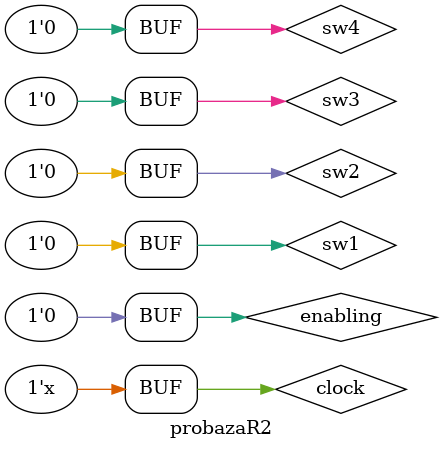
<source format=v>
`timescale 1ns / 1ps


module probazaR2;

	// Inputs
	reg [0:0] clock;
	reg [0:0] sw1;
	reg [0:0] sw2;
	reg [0:0] sw3;
	reg [0:0] sw4;
	reg [0:0] enabling;

	// Outputs
	wire [3:0] out;

	// Instantiate the Unit Under Test (UUT)
	Reg uut (
		.clock(clock), 
		.sw1(sw1), 
		.sw2(sw2), 
		.sw3(sw3), 
		.sw4(sw4), 
		.out(out), 
		.enabling(enabling)
	);

	initial begin
		// Initialize Inputs
		clock = 0;
		enabling = 1;
		sw1 = 1;
		sw2 = 1;
		sw3 = 1;
		sw4 = 1;

		// Wait 100 ns for global reset to finish
		#100;
		enabling = 0;
		sw1 = 0;
		sw2 = 0;
		sw3 = 0;
		sw4 = 0;
		

        
		// Add stimulus here

	end
	always @(*)
	begin
	#40;
	clock <= ~clock;
	end
      
endmodule


</source>
